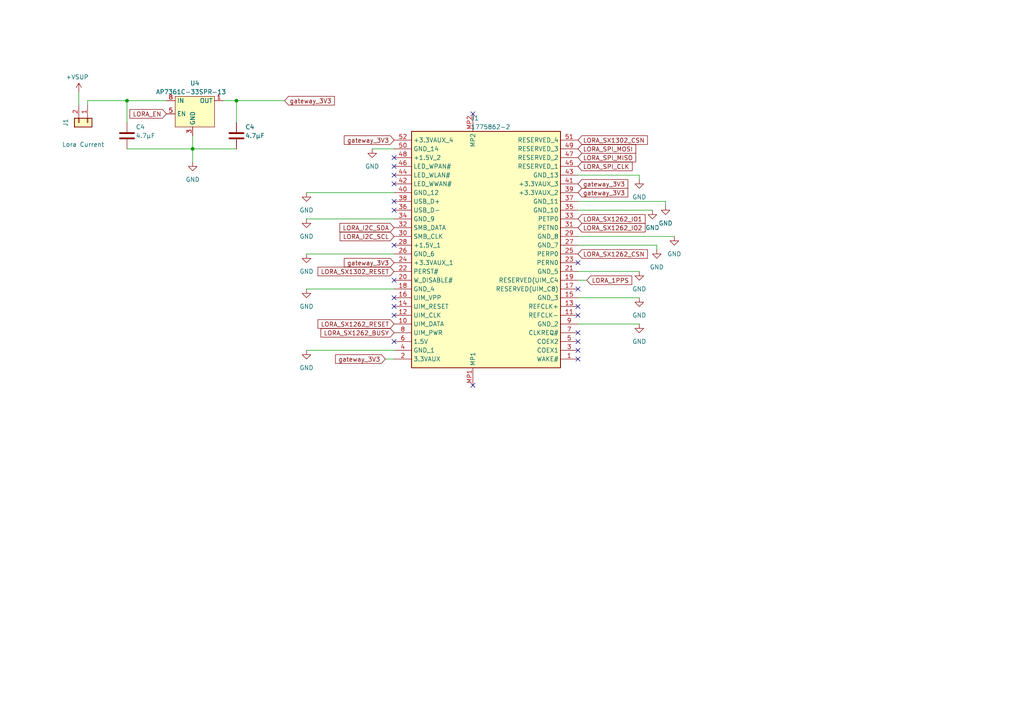
<source format=kicad_sch>
(kicad_sch (version 20231120) (generator "eeschema") (generator_version "8.0")
  (paper "A4")
  (title_block (title "Lora Multichannel Gateway STM32") (rev "2.0") (company "Marius Schmid"))
  (lib_symbols
    (symbol "Connector_Generic:Conn_01x02" (pin_names (offset 1.016) hide)
      (property "Reference" "J" (at 0 2.54 0))
      (property "Value" "Conn_01x02" (at 0 -5.08 0))
      (symbol "Conn_01x02_1_1"
        (rectangle (start -1.27 -2.413) (end 0 -2.667) (stroke (width 0.1524)))
        (rectangle (start -1.27 0.127) (end 0 -0.127) (stroke (width 0.1524)))
        (rectangle (start -1.27 1.27) (end 1.27 -3.81) (stroke (width 0.254)) (fill (type background)))
        (pin passive line (at -5.08 0 0) (length 3.81) (name "Pin_1") (number "1"))
        (pin passive line (at -5.08 -2.54 0) (length 3.81) (name "Pin_2") (number "2"))
      )
    )
    (symbol "Device:C" (pin_numbers hide) (pin_names (offset 0.254))
      (property "Reference" "C" (at 0.635 2.54 0))
      (property "Value" "C" (at 0.635 -2.54 0))
      (symbol "C_0_1"
        (polyline (pts (xy -2.032 -0.762) (xy 2.032 -0.762)) (stroke (width 0.508)))
        (polyline (pts (xy -2.032 0.762) (xy 2.032 0.762)) (stroke (width 0.508)))
      )
      (symbol "C_1_1"
        (pin passive line (at 0 3.81 270) (length 2.794) (name "~") (number "1"))
        (pin passive line (at 0 -3.81 90) (length 2.794) (name "~") (number "2"))
      )
    )
    (symbol "SamacSys_Parts:1775862-2"
      (property "Reference" "J" (at 74.93 22.86 0))
      (property "Value" "1775862-2" (at 74.93 20.32 0))
      (symbol "1775862-2_1_1"
        (rectangle (start 5.08 17.78) (end 73.66 -25.4) (stroke (width 0.254)) (fill (type background)))
        (pin passive line (at 7.62 -30.48 90) (length 5.08) (name "WAKE#") (number "1"))
        (pin passive line (at 17.78 22.86 270) (length 5.08) (name "UIM_DATA") (number "10"))
        (pin passive line (at 20.32 -30.48 90) (length 5.08) (name "REFCLK-") (number "11"))
        (pin passive line (at 20.32 22.86 270) (length 5.08) (name "UIM_CLK") (number "12"))
        (pin passive line (at 22.86 -30.48 90) (length 5.08) (name "REFCLK+") (number "13"))
        (pin passive line (at 22.86 22.86 270) (length 5.08) (name "UIM_RESET") (number "14"))
        (pin passive line (at 25.4 -30.48 90) (length 5.08) (name "GND_3") (number "15"))
        (pin passive line (at 25.4 22.86 270) (length 5.08) (name "UIM_VPP") (number "16"))
        (pin passive line (at 27.94 -30.48 90) (length 5.08) (name "RESERVED(UIM_C8)") (number "17"))
        (pin passive line (at 27.94 22.86 270) (length 5.08) (name "GND_4") (number "18"))
        (pin passive line (at 30.48 -30.48 90) (length 5.08) (name "RESERVED(UIM_C4") (number "19"))
        (pin passive line (at 7.62 22.86 270) (length 5.08) (name "3.3VAUX") (number "2"))
        (pin passive line (at 30.48 22.86 270) (length 5.08) (name "W_DISABLE#") (number "20"))
        (pin passive line (at 33.02 -30.48 90) (length 5.08) (name "GND_5") (number "21"))
        (pin passive line (at 33.02 22.86 270) (length 5.08) (name "PERST#") (number "22"))
        (pin passive line (at 35.56 -30.48 90) (length 5.08) (name "PERN0") (number "23"))
        (pin passive line (at 35.56 22.86 270) (length 5.08) (name "+3.3VAUX_1") (number "24"))
        (pin passive line (at 38.1 -30.48 90) (length 5.08) (name "PERP0") (number "25"))
        (pin passive line (at 38.1 22.86 270) (length 5.08) (name "GND_6") (number "26"))
        (pin passive line (at 40.64 -30.48 90) (length 5.08) (name "GND_7") (number "27"))
        (pin passive line (at 40.64 22.86 270) (length 5.08) (name "+1.5V_1") (number "28"))
        (pin passive line (at 43.18 -30.48 90) (length 5.08) (name "GND_8") (number "29"))
        (pin passive line (at 10.16 -30.48 90) (length 5.08) (name "COEX1") (number "3"))
        (pin passive line (at 43.18 22.86 270) (length 5.08) (name "SMB_CLK") (number "30"))
        (pin passive line (at 45.72 -30.48 90) (length 5.08) (name "PETN0") (number "31"))
        (pin passive line (at 45.72 22.86 270) (length 5.08) (name "SMB_DATA") (number "32"))
        (pin passive line (at 48.26 -30.48 90) (length 5.08) (name "PETP0") (number "33"))
        (pin passive line (at 48.26 22.86 270) (length 5.08) (name "GND_9") (number "34"))
        (pin passive line (at 50.8 -30.48 90) (length 5.08) (name "GND_10") (number "35"))
        (pin passive line (at 50.8 22.86 270) (length 5.08) (name "USB_D-") (number "36"))
        (pin passive line (at 53.34 -30.48 90) (length 5.08) (name "GND_11") (number "37"))
        (pin passive line (at 53.34 22.86 270) (length 5.08) (name "USB_D+") (number "38"))
        (pin passive line (at 55.88 -30.48 90) (length 5.08) (name "+3.3VAUX_2") (number "39"))
        (pin passive line (at 10.16 22.86 270) (length 5.08) (name "GND_1") (number "4"))
        (pin passive line (at 55.88 22.86 270) (length 5.08) (name "GND_12") (number "40"))
        (pin passive line (at 58.42 -30.48 90) (length 5.08) (name "+3.3VAUX_3") (number "41"))
        (pin passive line (at 58.42 22.86 270) (length 5.08) (name "LED_WWAN#") (number "42"))
        (pin passive line (at 60.96 -30.48 90) (length 5.08) (name "GND_13") (number "43"))
        (pin passive line (at 60.96 22.86 270) (length 5.08) (name "LED_WLAN#") (number "44"))
        (pin passive line (at 63.5 -30.48 90) (length 5.08) (name "RESERVED_1") (number "45"))
        (pin passive line (at 63.5 22.86 270) (length 5.08) (name "LED_WPAN#") (number "46"))
        (pin passive line (at 66.04 -30.48 90) (length 5.08) (name "RESERVED_2") (number "47"))
        (pin passive line (at 66.04 22.86 270) (length 5.08) (name "+1.5V_2") (number "48"))
        (pin passive line (at 68.58 -30.48 90) (length 5.08) (name "RESERVED_3") (number "49"))
        (pin passive line (at 12.7 -30.48 90) (length 5.08) (name "COEX2") (number "5"))
        (pin passive line (at 68.58 22.86 270) (length 5.08) (name "GND_14") (number "50"))
        (pin passive line (at 71.12 -30.48 90) (length 5.08) (name "RESERVED_4") (number "51"))
        (pin passive line (at 71.12 22.86 270) (length 5.08) (name "+3.3VAUX_4") (number "52"))
        (pin passive line (at 12.7 22.86 270) (length 5.08) (name "1.5V") (number "6"))
        (pin passive line (at 15.24 -30.48 90) (length 5.08) (name "CLKREQ#") (number "7"))
        (pin passive line (at 15.24 22.86 270) (length 5.08) (name "UIM_PWR") (number "8"))
        (pin passive line (at 17.78 -30.48 90) (length 5.08) (name "GND_2") (number "9"))
        (pin passive line (at 0 0 0) (length 5.08) (name "MP1") (number "MP1"))
        (pin passive line (at 78.74 0 180) (length 5.08) (name "MP2") (number "MP2"))
      )
    )
    (symbol "custom:AP7361C-33SPR-13"
      (property "Reference" "U" (at 0 0 0))
      (property "Value" "AP7361C-33SPR-13 " (at 19.05 -13.97 0))
      (symbol "AP7361C-33SPR-13_1_1"
        (rectangle (start 0 -2.54) (end 11.43 -11.43) (fill (type background)))
        (pin output line (at 13.97 -3.81 180) (length 2.54) (name "OUT") (number "1"))
        (pin input line (at 5.08 -13.97 90) (length 2.54) (name "GND") (number "3"))
        (pin input line (at -2.54 -7.62 0) (length 2.54) (name "EN") (number "5"))
        (pin input line (at -2.54 -3.81 0) (length 2.54) (name "IN") (number "8"))
      )
    )
    (symbol "power:+BATT" (power) (pin_names (offset 0))
      (property "Value" "+BATT" (at 0 3.556 0))
      (symbol "+BATT_0_1"
        (polyline (pts (xy -0.762 1.27) (xy 0 2.54)))
        (polyline (pts (xy 0 0) (xy 0 2.54)))
        (polyline (pts (xy 0 2.54) (xy 0.762 1.27)))
      )
      (symbol "+BATT_1_1"
        (pin power_in line (at 0 0 90) (length 0) hide (name "+BATT") (number "1"))
      )
    )
    (symbol "power:GND" (power) (pin_names (offset 0))
      (property "Value" "GND" (at 0 -3.81 0))
      (symbol "GND_0_1"
        (polyline (pts (xy 0 0) (xy 0 -1.27) (xy 1.27 -1.27) (xy 0 -2.54) (xy -1.27 -1.27) (xy 0 -1.27)))
      )
      (symbol "GND_1_1"
        (pin power_in line (at 0 0 270) (length 0) hide (name "GND") (number "1"))
      )
    )
  )
  (junction (at 68.58 29.21))
  (junction (at 36.83 29.21))
  (junction (at 55.88 43.18))
  (no_connect (at 114.3 50.8))
  (no_connect (at 167.64 88.9))
  (no_connect (at 114.3 48.26))
  (no_connect (at 114.3 71.12))
  (no_connect (at 114.3 88.9))
  (no_connect (at 167.64 96.52))
  (no_connect (at 114.3 81.28))
  (no_connect (at 167.64 101.6))
  (no_connect (at 167.64 99.06))
  (no_connect (at 167.64 76.2))
  (no_connect (at 114.3 60.96))
  (no_connect (at 137.16 111.76))
  (no_connect (at 167.64 104.14))
  (no_connect (at 167.64 91.44))
  (no_connect (at 114.3 58.42))
  (no_connect (at 114.3 53.34))
  (no_connect (at 114.3 86.36))
  (no_connect (at 167.64 83.82))
  (no_connect (at 114.3 91.44))
  (no_connect (at 114.3 99.06))
  (no_connect (at 114.3 45.72))
  (no_connect (at 137.16 33.02))
  (wire (pts (xy 88.9 73.66) (xy 114.3 73.66)))
  (wire (pts (xy 55.88 43.18) (xy 68.58 43.18)))
  (wire (pts (xy 167.64 78.74) (xy 185.42 78.74)))
  (wire (pts (xy 170.18 81.28) (xy 167.64 81.28)))
  (wire (pts (xy 107.95 43.18) (xy 114.3 43.18)))
  (wire (pts (xy 88.9 63.5) (xy 114.3 63.5)))
  (wire (pts (xy 193.04 58.42) (xy 167.64 58.42)))
  (wire (pts (xy 25.4 29.21) (xy 25.4 30.48)))
  (wire (pts (xy 193.04 59.69) (xy 193.04 58.42)))
  (wire (pts (xy 36.83 29.21) (xy 48.26 29.21)))
  (wire (pts (xy 167.64 60.96) (xy 189.23 60.96)))
  (wire (pts (xy 111.76 104.14) (xy 114.3 104.14)))
  (wire (pts (xy 167.64 93.98) (xy 185.42 93.98)))
  (wire (pts (xy 68.58 29.21) (xy 68.58 35.56)))
  (wire (pts (xy 82.55 29.21) (xy 68.58 29.21)))
  (wire (pts (xy 167.64 71.12) (xy 190.5 71.12)))
  (wire (pts (xy 55.88 46.99) (xy 55.88 43.18)))
  (wire (pts (xy 22.86 26.67) (xy 22.86 30.48)))
  (wire (pts (xy 36.83 29.21) (xy 36.83 35.56)))
  (wire (pts (xy 185.42 52.07) (xy 185.42 50.8)))
  (wire (pts (xy 88.9 101.6) (xy 114.3 101.6)))
  (wire (pts (xy 88.9 55.88) (xy 114.3 55.88)))
  (wire (pts (xy 55.88 43.18) (xy 55.88 39.37)))
  (wire (pts (xy 167.64 86.36) (xy 185.42 86.36)))
  (wire (pts (xy 68.58 29.21) (xy 64.77 29.21)))
  (wire (pts (xy 88.9 83.82) (xy 114.3 83.82)))
  (wire (pts (xy 167.64 68.58) (xy 195.58 68.58)))
  (wire (pts (xy 185.42 50.8) (xy 167.64 50.8)))
  (wire (pts (xy 25.4 29.21) (xy 36.83 29.21)))
  (wire (pts (xy 36.83 43.18) (xy 55.88 43.18)))
  (wire (pts (xy 190.5 71.12) (xy 190.5 72.39)))
  (global_label "LORA_SPI_CLK" (shape input) (at 167.64 48.26 0) (property "Intersheetrefs" "${INTERSHEET_REFS}" (effects (hide yes))))
  (global_label "LORA_SPI_MOSI" (shape input) (at 167.64 43.18 0) (property "Intersheetrefs" "${INTERSHEET_REFS}" (effects (hide yes))))
  (global_label "LORA_SX1262_IO2" (shape input) (at 167.64 66.04 0) (property "Intersheetrefs" "${INTERSHEET_REFS}" (effects (hide yes))))
  (global_label "LORA_SX1302_CSN" (shape input) (at 167.64 40.64 0) (property "Intersheetrefs" "${INTERSHEET_REFS}" (effects (hide yes))))
  (global_label "LORA_I2C_SCL" (shape input) (at 114.3 68.58 180) (property "Intersheetrefs" "${INTERSHEET_REFS}" (effects (hide yes))))
  (global_label "LORA_SX1262_BUSY" (shape input) (at 114.3 96.52 180) (property "Intersheetrefs" "${INTERSHEET_REFS}" (effects (hide yes))))
  (global_label "LORA_SX1262_RESET" (shape input) (at 114.3 93.98 180) (property "Intersheetrefs" "${INTERSHEET_REFS}" (effects (hide yes))))
  (global_label "gateway_3V3" (shape input) (at 167.64 55.88 0) (property "Intersheetrefs" "${INTERSHEET_REFS}" (effects (hide yes))))
  (global_label "LORA_I2C_SDA" (shape input) (at 114.3 66.04 180) (property "Intersheetrefs" "${INTERSHEET_REFS}" (effects (hide yes))))
  (global_label "LORA_SX1302_RESET" (shape input) (at 114.3 78.74 180) (property "Intersheetrefs" "${INTERSHEET_REFS}" (effects (hide yes))))
  (global_label "LORA_1PPS" (shape input) (at 170.18 81.28 0) (property "Intersheetrefs" "${INTERSHEET_REFS}" (effects (hide yes))))
  (global_label "LORA_SPI_MISO" (shape input) (at 167.64 45.72 0) (property "Intersheetrefs" "${INTERSHEET_REFS}" (effects (hide yes))))
  (global_label "gateway_3V3" (shape input) (at 114.3 76.2 180) (property "Intersheetrefs" "${INTERSHEET_REFS}" (effects (hide yes))))
  (global_label "LORA_SX1262_IO1" (shape input) (at 167.64 63.5 0) (property "Intersheetrefs" "${INTERSHEET_REFS}" (effects (hide yes))))
  (global_label "LORA_SX1262_CSN" (shape input) (at 167.64 73.66 0) (property "Intersheetrefs" "${INTERSHEET_REFS}" (effects (hide yes))))
  (global_label "LORA_EN" (shape input) (at 48.26 33.02 180) (property "Intersheetrefs" "${INTERSHEET_REFS}" (effects (hide yes))))
  (global_label "gateway_3V3" (shape input) (at 167.64 53.34 0) (property "Intersheetrefs" "${INTERSHEET_REFS}" (effects (hide yes))))
  (global_label "gateway_3V3" (shape input) (at 114.3 40.64 180) (property "Intersheetrefs" "${INTERSHEET_REFS}" (effects (hide yes))))
  (global_label "gateway_3V3" (shape input) (at 111.76 104.14 180) (property "Intersheetrefs" "${INTERSHEET_REFS}" (effects (hide yes))))
  (global_label "gateway_3V3" (shape input) (at 82.55 29.21 0) (property "Intersheetrefs" "${INTERSHEET_REFS}" (effects (hide yes))))
  (symbol (lib_id "power:GND") (at 189.23 60.96 0) (unit 1)
    (property "Reference" "#PWR08" (effects (hide yes)))
    (property "Value" "GND" (at 189.23 66.04 0))
  )
  (symbol (lib_id "Device:C") (at 68.58 39.37 0) (unit 1)
    (property "Reference" "C4" (at 71.12 36.83 0) (effects (justify left)))
    (property "Value" "4.7µF" (at 71.12 39.37 0) (effects (justify left)))
    (property "Footprint" "Capacitor_SMD:C_0603_1608Metric" (effects (hide yes)))
    (instances (project "BeePCB_V9" (path "" (reference "C4") (unit 1)) (path "" (reference "C9") (unit 1))) (project "HX711PCB_V1" (path "" (reference "C4") (unit 1))) (project "hekate_pcb" (path "" (reference "C21") (unit 1))))
  )
  (symbol (lib_id "power:GND") (at 107.95 43.18 0) (unit 1)
    (property "Reference" "#PWR06" (effects (hide yes)))
    (property "Value" "GND" (at 107.95 48.26 0))
  )
  (symbol (lib_id "power:GND") (at 185.42 86.36 0) (unit 1)
    (property "Reference" "#PWR011" (effects (hide yes)))
    (property "Value" "GND" (at 185.42 91.44 0))
  )
  (symbol (lib_id "power:GND") (at 88.9 73.66 0) (unit 1)
    (property "Reference" "#PWR01" (effects (hide yes)))
    (property "Value" "GND" (at 88.9 78.74 0))
  )
  (symbol (lib_id "Connector_Generic:Conn_01x02") (at 25.4 35.56 270) (unit 1)
    (property "Reference" "J1" (at 19.05 35.56 0))
    (property "Value" "Lora Current" (at 24.13 41.91 90))
    (property "Footprint" "Connector_PinHeader_2.54mm:PinHeader_1x02_P2.54mm_Vertical" (effects (hide yes)))
    (instances (project "BeePCB_V9" (path "" (reference "J1") (unit 1))) (project "hekate_pcb" (path "" (reference "J12") (unit 1))))
  )
  (symbol (lib_id "power:GND") (at 55.88 46.99 0) (unit 1)
    (property "Reference" "#PWR027" (effects (hide yes)))
    (property "Value" "GND" (at 55.88 52.07 0))
    (instances (project "BeePCB_V9" (path "" (reference "#PWR027") (unit 1))) (project "hekate_pcb" (path "" (reference "#PWR050") (unit 1))))
  )
  (symbol (lib_id "power:GND") (at 193.04 59.69 0) (unit 1)
    (property "Reference" "#PWR013" (effects (hide yes)))
    (property "Value" "GND" (at 193.04 64.77 0))
  )
  (symbol (lib_id "power:GND") (at 88.9 101.6 0) (unit 1)
    (property "Reference" "#PWR02" (effects (hide yes)))
    (property "Value" "GND" (at 88.9 106.68 0))
  )
  (symbol (lib_id "power:+BATT") (at 22.86 26.67 0) (unit 1)
    (property "Reference" "#PWR012" (effects (hide yes)))
    (property "Value" "+VSUP" (at 19.05 22.352 0) (effects (justify left)))
    (instances (project "BeePCB_V9" (path "" (reference "#PWR012") (unit 1))) (project "hekate_pcb" (path "" (reference "#PWR049") (unit 1))))
  )
  (symbol (lib_id "power:GND") (at 185.42 78.74 0) (unit 1)
    (property "Reference" "#PWR010" (effects (hide yes)))
    (property "Value" "GND" (at 185.42 83.82 0))
  )
  (symbol (lib_id "power:GND") (at 88.9 83.82 0) (unit 1)
    (property "Reference" "#PWR03" (effects (hide yes)))
    (property "Value" "GND" (at 88.9 88.9 0))
  )
  (symbol (lib_id "power:GND") (at 185.42 93.98 0) (unit 1)
    (property "Reference" "#PWR012" (effects (hide yes)))
    (property "Value" "GND" (at 185.42 99.06 0))
  )
  (symbol (lib_id "power:GND") (at 190.5 72.39 0) (unit 1)
    (property "Reference" "#PWR09" (effects (hide yes)))
    (property "Value" "GND" (at 190.5 77.47 0))
  )
  (symbol (lib_id "power:GND") (at 88.9 63.5 0) (unit 1)
    (property "Reference" "#PWR05" (effects (hide yes)))
    (property "Value" "GND" (at 88.9 68.58 0))
  )
  (symbol (lib_id "custom:AP7361C-33SPR-13") (at 50.8 25.4 0) (unit 1)
    (property "Reference" "U4" (at 56.515 24.13 0))
    (property "Value" "AP7361C-33SPR-13 " (at 55.88 26.67 0))
    (property "Footprint" "Package_SO:Diodes_SO-8EP" (effects (hide yes)))
  )
  (symbol (lib_id "SamacSys_Parts:1775862-2") (at 137.16 111.76 90) (unit 1)
    (property "Reference" "J1" (at 136.5503 34.29 90) (effects (justify right)))
    (property "Value" "1775862-2" (at 136.5503 36.83 90) (effects (justify right)))
    (property "Footprint" "17758622" (effects (hide yes)))
    (property "Datasheet" "https://www.te.com/commerce/DocumentDelivery/DDEController?Action=srchrtrv&DocNm=1775862&DocType=Customer+Drawing&DocLang=English&DocFormat=pdf&PartCntxt=1775862-2" (effects (hide yes)))
    (property "Height" "5.2" (effects (hide yes)))
    (property "Mouser Part Number" "571-1775862-2" (effects (hide yes)))
    (property "Mouser Price/Stock" "https://www.mouser.co.uk/ProductDetail/TE-Connectivity/1775862-2?qs=n3Ybsy482HHqu84k5NcozA%3D%3D" (effects (hide yes)))
    (property "Manufacturer_Name" "TE Connectivity" (effects (hide yes)))
    (property "Manufacturer_Part_Number" "1775862-2" (effects (hide yes)))
  )
  (symbol (lib_id "Device:C") (at 36.83 39.37 0) (unit 1)
    (property "Reference" "C4" (at 39.37 36.83 0) (effects (justify left)))
    (property "Value" "4.7µF" (at 39.37 39.37 0) (effects (justify left)))
    (property "Footprint" "Capacitor_SMD:C_0603_1608Metric" (effects (hide yes)))
    (instances (project "BeePCB_V9" (path "" (reference "C4") (unit 1)) (path "" (reference "C9") (unit 1))) (project "HX711PCB_V1" (path "" (reference "C4") (unit 1))) (project "hekate_pcb" (path "" (reference "C20") (unit 1))))
  )
  (symbol (lib_id "power:GND") (at 185.42 52.07 0) (unit 1)
    (property "Reference" "#PWR07" (effects (hide yes)))
    (property "Value" "GND" (at 185.42 57.15 0))
  )
  (symbol (lib_id "power:GND") (at 88.9 55.88 0) (unit 1)
    (property "Reference" "#PWR04" (effects (hide yes)))
    (property "Value" "GND" (at 88.9 60.96 0))
  )
  (symbol (lib_id "power:GND") (at 195.58 68.58 0) (unit 1)
    (property "Reference" "#PWR014" (effects (hide yes)))
    (property "Value" "GND" (at 195.58 73.66 0))
  )
)
</source>
